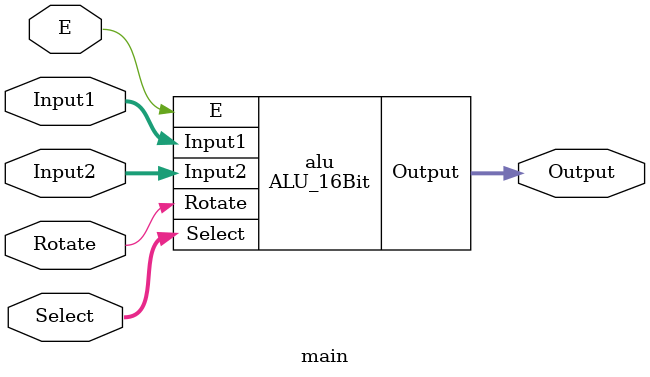
<source format=v>

/* HamidNE@mail.ru*/

module FullAdder(A, B, Cin, Sum, Cout);
	
	input A, B, Cin;
	output Sum, Cout;

	wire s1, s2, c1;

	xor (s1, A, B);
	and (c1, A, B);
	xor (Sum, s1, Cin);
	and (s2, s1, Cin);
	or (Cout, s2, c1);

endmodule

module Adder_8Bit(Input1, Input2, Sum, OverFlow);
	
	input [7:0] Input1, Input2;
	output [7:0] Sum;
	output OverFlow;

	wire [6:0]c;

	FullAdder FA0(Input1[0], Input2[0], 0, Sum[0], c[0]);
	FullAdder FA1(Input1[1], Input2[1], c[0], Sum[1], c[1]);
	FullAdder FA2(Input1[2], Input2[2], c[1], Sum[2], c[2]);
	FullAdder FA3(Input1[3], Input2[3], c[2], Sum[3], c[3]);
	FullAdder FA4(Input1[4], Input2[4], c[3], Sum[4], c[4]);
	FullAdder FA5(Input1[5], Input2[5], c[4], Sum[5], c[5]);
	FullAdder FA6(Input1[6], Input2[6], c[5], Sum[6], c[6]);
	FullAdder FA7(Input1[7], Input2[7], c[6], Sum[7], OverFlow);

endmodule

module Adder_16Bit(Input1, Input2, Sum, OverFlow, E);
	
	input E;
	input [15:0] Input1, Input2;
	output [15:0] Sum;
	output OverFlow;

	wire [14:0]c;

	FullAdder FA0(Input1[0], Input2[0], 0, Sum[0], c[0]);
	FullAdder FA1(Input1[1], Input2[1], c[0], Sum[1], c[1]);
	FullAdder FA2(Input1[2], Input2[2], c[1], Sum[2], c[2]);
	FullAdder FA3(Input1[3], Input2[3], c[2], Sum[3], c[3]);
	FullAdder FA4(Input1[4], Input2[4], c[3], Sum[4], c[4]);
	FullAdder FA5(Input1[5], Input2[5], c[4], Sum[5], c[5]);
	FullAdder FA6(Input1[6], Input2[6], c[5], Sum[6], c[6]);
	FullAdder FA7(Input1[7], Input2[7], c[6], Sum[7], c[7]);
	FullAdder FA8(Input1[8], Input2[8], c[7], Sum[8], c[8]);
	FullAdder FA9(Input1[9], Input2[9], c[8], Sum[9], c[9]);
	FullAdder FA10(Input1[10], Input2[10], c[9], Sum[10], c[10]);
	FullAdder FA11(Input1[11], Input2[11], c[10], Sum[11], c[11]);
	FullAdder FA12(Input1[12], Input2[12], c[11], Sum[12], c[12]);
	FullAdder FA13(Input1[13], Input2[13], c[12], Sum[13], c[13]);
	FullAdder FA14(Input1[14], Input2[14], c[13], Sum[14], c[14]);
	FullAdder FA15(Input1[15], Input2[15], c[14], Sum[15], OverFlow);

	and (OverFlow, OverFlow, E);
	AndByOne_16Bit AndGate(Sum, E, Sum);

endmodule

module Subtractor_16Bit(Input1, Input2, Sub, OverFlow, E);
	
	input E;
	input [15:0] Input1, Input2;
	output [15:0] Sub;
	output OverFlow;

	NOT_16Bit notasd(Input2, Input2);
	wire [14:0]c;

	FullAdder FA0(Input1[0], Input2[0], 1, Sub[0], c[0]);
	FullAdder FA1(Input1[1], Input2[1], c[0], Sub[1], c[1]);
	FullAdder FA2(Input1[2], Input2[2], c[1], Sub[2], c[2]);
	FullAdder FA3(Input1[3], Input2[3], c[2], Sub[3], c[3]);
	FullAdder FA4(Input1[4], Input2[4], c[3], Sub[4], c[4]);
	FullAdder FA5(Input1[5], Input2[5], c[4], Sub[5], c[5]);
	FullAdder FA6(Input1[6], Input2[6], c[5], Sub[6], c[6]);
	FullAdder FA7(Input1[7], Input2[7], c[6], Sub[7], c[7]);
	FullAdder FA8(Input1[8], Input2[8], c[7], Sub[8], c[8]);
	FullAdder FA9(Input1[9], Input2[9], c[8], Sub[9], c[9]);
	FullAdder FA10(Input1[10], Input2[10], c[9], Sub[10], c[10]);
	FullAdder FA11(Input1[11], Input2[11], c[10], Sub[11], c[11]);
	FullAdder FA12(Input1[12], Input2[12], c[11], Sub[12], c[12]);
	FullAdder FA13(Input1[13], Input2[13], c[12], Sub[13], c[13]);
	FullAdder FA14(Input1[14], Input2[14], c[13], Sub[14], c[14]);
	FullAdder FA15(Input1[15], Input2[15], c[14], Sub[15], OverFlow);

	AndByOne_16Bit AndGate(Sub, E, Sub);

endmodule

module AdderBy1(Input, Sum, OverFlow, E);
	
	input E;
	input [15:0] Input;
	output [15:0] Sum;
	output OverFlow;

	Adder_16Bit add(Input, 1, Sum, OverFlow);
	AndByOne_16Bit AndGate(Sum, E, Sum);

endmodule

module SubtractorBy1(Input, Sub, OverFlow, E);
	
	input E;
	input [15:0] Input;
	output [15:0] Sub;
	output OverFlow;

	Subtractor_16Bit sub(Input, 1, Sub, OverFlow);
	AndByOne_16Bit AndGate(Sub, E, Sub);

endmodule

module AndByOne_16Bit(Input, E, Output);

	input E;
	input [15:0] Input;
	output [15:0] Output;

	and (Output[0], Input[0], E);
	and (Output[1], Input[1], E);
	and (Output[2], Input[2], E);
	and (Output[3], Input[3], E);
	and (Output[4], Input[4], E);
	and (Output[5], Input[5], E);
	and (Output[6], Input[6], E);
	and (Output[7], Input[7], E);
	and (Output[8], Input[8], E);
	and (Output[9], Input[9], E);
	and (Output[10], Input[10], E);
	and (Output[11], Input[11], E);
	and (Output[12], Input[12], E);
	and (Output[13], Input[13], E);
	and (Output[14], Input[14], E);
	and (Output[15], Input[15], E);

endmodule

module AndByOne_8Bit(Input, E, Output);

	input E;
	input [7:0] Input;
	output [7:0] Output;

	and (Output[0], Input[0], E);
	and (Output[1], Input[1], E);
	and (Output[2], Input[2], E);
	and (Output[3], Input[3], E);
	and (Output[4], Input[4], E);
	and (Output[5], Input[5], E);
	and (Output[6], Input[6], E);
	and (Output[7], Input[7], E);

endmodule

module AND_16Bit(Input1, Input2, Output, E);
	
	input E;
	input [15:0] Input1, Input2;
	output [15:0] Output;

	and (Output[0], Input1[0], Input2[0]);
	and (Output[1], Input1[1], Input2[1]);
	and (Output[2], Input1[2], Input2[2]);
	and (Output[3], Input1[3], Input2[3]);
	and (Output[4], Input1[4], Input2[4]);
	and (Output[5], Input1[5], Input2[5]);
	and (Output[6], Input1[6], Input2[6]);
	and (Output[7], Input1[7], Input2[7]);
	and (Output[8], Input1[8], Input2[8]);
	and (Output[9], Input1[9], Input2[9]);
	and (Output[10], Input1[10], Input2[10]);
	and (Output[11], Input1[11], Input2[11]);
	and (Output[12], Input1[12], Input2[12]);
	and (Output[13], Input1[13], Input2[13]);
	and (Output[14], Input1[14], Input2[14]);
	and (Output[15], Input1[15], Input2[15]);

	AndByOne_16Bit AndGate(Output, E, Output);

endmodule

module OR_16Bit(Input1, Input2, Output, E);

	input E;
	input [15:0] Input1, Input2;
	output [15:0] Output;

	or (Output[0], Input1[0], Input2[0]);
	or (Output[1], Input1[1], Input2[1]);
	or (Output[2], Input1[2], Input2[2]);
	or (Output[3], Input1[3], Input2[3]);
	or (Output[4], Input1[4], Input2[4]);
	or (Output[5], Input1[5], Input2[5]);
	or (Output[6], Input1[6], Input2[6]);
	or (Output[7], Input1[7], Input2[7]);
	or (Output[8], Input1[8], Input2[8]);
	or (Output[9], Input1[9], Input2[9]);
	or (Output[10], Input1[10], Input2[10]);
	or (Output[11], Input1[11], Input2[11]);
	or (Output[12], Input1[12], Input2[12]);
	or (Output[13], Input1[13], Input2[13]);
	or (Output[14], Input1[14], Input2[14]);
	or (Output[15], Input1[15], Input2[15]);

	AndByOne_16Bit AndGate(Output, E, Output);

endmodule

module XOR_16Bit(Input1, Input2, Output, E);
	
	input E;
	input [15:0] Input1, Input2;
	output [15:0] Output;

	xor (Output[0], Input1[0], Input2[0]);
	xor (Output[1], Input1[1], Input2[1]);
	xor (Output[2], Input1[2], Input2[2]);
	xor (Output[3], Input1[3], Input2[3]);
	xor (Output[4], Input1[4], Input2[4]);
	xor (Output[5], Input1[5], Input2[5]);
	xor (Output[6], Input1[6], Input2[6]);
	xor (Output[7], Input1[7], Input2[7]);
	xor (Output[8], Input1[8], Input2[8]);
	xor (Output[9], Input1[9], Input2[9]);
	xor (Output[10], Input1[10], Input2[10]);
	xor (Output[11], Input1[11], Input2[11]);
	xor (Output[12], Input1[12], Input2[12]);
	xor (Output[13], Input1[13], Input2[13]);
	xor (Output[14], Input1[14], Input2[14]);
	xor (Output[15], Input1[15], Input2[15]);

	AndByOne_16Bit AndGate(Output, E, Output);

endmodule

module NOT_16Bit(Input, Output, E);
	
	input E;
	input [15:0] Input;
	output [15:0] Output;

	not (Output[0], Input[0]);
	not (Output[1], Input[1]);
	not (Output[2], Input[2]);
	not (Output[3], Input[3]);
	not (Output[4], Input[4]);
	not (Output[5], Input[5]);
	not (Output[6], Input[6]);
	not (Output[7], Input[7]);
	not (Output[8], Input[8]);
	not (Output[9], Input[9]);
	not (Output[10], Input[10]);
	not (Output[11], Input[11]);
	not (Output[12], Input[12]);
	not (Output[13], Input[13]);
	not (Output[14], Input[14]);
	not (Output[15], Input[15]);

	AndByOne_16Bit AndGate(Output, E, Output);

endmodule

module NOT_32Bit(Input, Output);
	
	input [31:0] Input;
	output [31:0] Output;

	not (Output[0], Input[0]);
	not (Output[1], Input[1]);
	not (Output[2], Input[2]);
	not (Output[3], Input[3]);
	not (Output[4], Input[4]);
	not (Output[5], Input[5]);
	not (Output[6], Input[6]);
	not (Output[7], Input[7]);
	not (Output[8], Input[8]);
	not (Output[9], Input[9]);
	not (Output[10], Input[10]);
	not (Output[11], Input[11]);
	not (Output[12], Input[12]);
	not (Output[13], Input[13]);
	not (Output[14], Input[14]);
	not (Output[15], Input[15]);

	not (Output[16], Input[16]);
	not (Output[17], Input[17]);
	not (Output[18], Input[18]);
	not (Output[19], Input[19]);
	not (Output[20], Input[20]);
	not (Output[21], Input[21]);
	not (Output[22], Input[22]);
	not (Output[23], Input[23]);
	not (Output[24], Input[24]);
	not (Output[25], Input[25]);
	not (Output[26], Input[26]);
	not (Output[27], Input[27]);
	not (Output[28], Input[28]);
	not (Output[29], Input[29]);
	not (Output[30], Input[30]);
	not (Output[31], Input[31]);

endmodule

module DEMUX_32_1(Select, E, Out);
	
	input E;
	input [4:0] Select;
	output [31:0] Out;

	wire [31:0] NotSelect;

	NOT_32Bit NOTGate32Bit(Select, NotSelect);

	and (Out[0], NotSelect[4], NotSelect[3], NotSelect[2], NotSelect[1], NotSelect[0], E);
	and (Out[1], NotSelect[4], NotSelect[3], NotSelect[2], NotSelect[1], Select[0], E);
	and (Out[2], NotSelect[4], NotSelect[3], NotSelect[2], Select[1], NotSelect[0], E);
	and (Out[3], NotSelect[4], NotSelect[3], NotSelect[2], Select[1], Select[0], E);
	and (Out[4], NotSelect[4], NotSelect[3], Select[2], NotSelect[1], NotSelect[0], E);
	and (Out[5], NotSelect[4], NotSelect[3], Select[2], NotSelect[1], Select[0], E);
	and (Out[6], NotSelect[4], NotSelect[3], Select[2], Select[1], NotSelect[0], E);
	and (Out[7], NotSelect[4], NotSelect[3], Select[2], Select[1], Select[0], E);

	and (Out[8], NotSelect[4], Select[3], NotSelect[2], NotSelect[1], NotSelect[0], E);
	and (Out[9], NotSelect[4], Select[3], NotSelect[2], NotSelect[1], Select[0], E);
	and (Out[10], NotSelect[4], Select[3], NotSelect[2], Select[1], NotSelect[0], E);
	and (Out[11], NotSelect[4], Select[3], NotSelect[2], Select[1], Select[0], E);
	and (Out[12], NotSelect[4], Select[3], Select[2], NotSelect[1], NotSelect[0], E);
	and (Out[13], NotSelect[4], Select[3], Select[2], NotSelect[1], Select[0], E);
	and (Out[14], NotSelect[4], Select[3], Select[2], Select[1], NotSelect[0], E);
	and (Out[15], NotSelect[4], Select[3], Select[2], Select[1], Select[0], E);

	and (Out[16], Select[4], NotSelect[3], NotSelect[2], NotSelect[1], NotSelect[0], E);
	and (Out[17], Select[4], NotSelect[3], NotSelect[2], NotSelect[1], Select[0], E);
	and (Out[18], Select[4], NotSelect[3], NotSelect[2], Select[1], NotSelect[0], E);
	and (Out[19], Select[4], NotSelect[3], NotSelect[2], Select[1], Select[0], E);
	and (Out[20], Select[4], NotSelect[3], Select[2], NotSelect[1], NotSelect[0], E);
	and (Out[21], Select[4], NotSelect[3], Select[2], NotSelect[1], Select[0], E);
	and (Out[22], Select[4], NotSelect[3], Select[2], Select[1], NotSelect[0], E);
	and (Out[23], Select[4], NotSelect[3], Select[2], Select[1], Select[0], E);

	and (Out[24], Select[4], Select[3], NotSelect[2], NotSelect[1], NotSelect[0], E);
	and (Out[25], Select[4], Select[3], NotSelect[2], NotSelect[1], Select[0], E);
	and (Out[26], Select[4], Select[3], NotSelect[2], Select[1], NotSelect[0], E);
	and (Out[27], Select[4], Select[3], NotSelect[2], Select[1], Select[0], E);
	and (Out[28], Select[4], Select[3], Select[2], NotSelect[1], NotSelect[0], E);
	and (Out[29], Select[4], Select[3], Select[2], NotSelect[1], Select[0], E);
	and (Out[30], Select[4], Select[3], Select[2], Select[1], NotSelect[0], E);
	and (Out[31], Select[4], Select[3], Select[2], Select[1], Select[0], E);
	
endmodule

module rooting(Input, Cin, Output);

	input [7:0]Input;
	input Cin;
	output [7:0]Output;

	assign Output[0] = Input[1];
	assign Output[1] = Input[2];
	assign Output[2] = Input[3];
	assign Output[3] = Input[4];
	assign Output[4] = Input[5];
	assign Output[5] = Input[6];
	assign Output[6] = Input[7];
	assign Output[7] = Cin;

endmodule

module SRA(Input, Output, Rotate, E);

	input Rotate, E;
	input [15:0] Input;
	output [15:0] Output;
	wire last;
	and(last, Rotate, Input[0]);

	assign Output[0] = Input[1];
	assign Output[1] = Input[2];
	assign Output[2] = Input[3];
	assign Output[3] = Input[4];
	assign Output[4] = Input[5];
	assign Output[5] = Input[6];
	assign Output[6] = Input[7];
	assign Output[7] = Input[8];
	assign Output[8] = Input[9];
	assign Output[9] = Input[10];
	assign Output[10] = Input[11];
	assign Output[11] = Input[12];
	assign Output[12] = Input[13];
	assign Output[13] = Input[14];
	assign Output[14] = Input[15];
	assign Output[15] = last;

endmodule

module SLA(Input, Output, Rotate, E);

	input Rotate, E;
	input [15:0] Input;
	output [15:0] Output;
	wire first;
	and(first, Rotate, Input[15]);

	assign Output[0] = first;
	assign Output[1] = Input[0];
	assign Output[2] = Input[1];
	assign Output[3] = Input[2];
	assign Output[4] = Input[3];
	assign Output[5] = Input[4];
	assign Output[6] = Input[5];
	assign Output[7] = Input[6];
	assign Output[8] = Input[7];
	assign Output[9] = Input[8];
	assign Output[10] = Input[9];
	assign Output[11] = Input[10];
	assign Output[12] = Input[11];
	assign Output[13] = Input[12];
	assign Output[14] = Input[13];
	assign Output[15] = Input[14];

endmodule

module Multiplier_16Bit(Input1, Input2, Output, E);
	
	input E;
	input [7:0] Input1, Input2;
	output [15:0] Output;

	wire [7:0] w0, w1, w2, w3, w4, w5, w6, w7;

	AndByOne_8Bit and0(Input2, Input1[0], w0);
	AndByOne_8Bit and1(Input2, Input1[1], w1);
	AndByOne_8Bit and2(Input2, Input1[2], w2);
	AndByOne_8Bit and3(Input2, Input1[3], w3);
	AndByOne_8Bit and4(Input2, Input1[4], w4);
	AndByOne_8Bit and5(Input2, Input1[5], w5);
	AndByOne_8Bit and6(Input2, Input1[6], w6);
	AndByOne_8Bit and7(Input2, Input1[7], w7);

	wire [7:0]temp;

	wire [7:0]sum0;
	wire [7:0]sum1;
	wire [7:0]sum2;
	wire [7:0]sum3;
	wire [7:0]sum4;
	wire [7:0]sum5;
	wire [7:0]sum6;
	wire [7:0]sum7;

	wire [7:0]root0;
	wire [7:0]root1;
	wire [7:0]root2;
	wire [7:0]root3;
	wire [7:0]root4;
	wire [7:0]root5;
	wire [7:0]root6;
	wire [7:0]root7;

	wire carry0;
	wire carry1;
	wire carry2;
	wire carry3;
	wire carry4;
	wire carry5;
	wire carry6;
	wire carry7;

	rooting rooting0(w0, 0, root0);
	Adder_8Bit add0(w1, root0, sum0, carry0);
	assign Output[0] = root0[0];
	assign Output[1] = sum0[0];

	rooting rooting1(sum0, carry0, root1);
	Adder_8Bit add1(w2, root1, sum1, carry1);
	assign Output[2] = sum1[0];

	rooting rooting2(sum1, carry1, root2);
	Adder_8Bit add2(w3, root2, sum2, carry2);
	assign Output[3] = sum2[0];

	rooting rooting3(sum2, carry2, root3);
	Adder_8Bit add3(w4, root3, sum3, carry3);
	assign Output[4] = sum3[0];

	rooting rooting4(sum3, carry3, root4);
	Adder_8Bit add4(w5, root4, sum4, carry4);
	assign Output[5] = sum4[0];

	rooting rooting5(sum4, carry4, root5);
	Adder_8Bit add5(w6, root5, sum5, carry5);
	assign Output[6] = sum5[0];

	rooting rooting6(sum5, carry5, root6);
	Adder_8Bit add6(w7, root6, sum6, carry6);
	assign Output[7] = sum6[0];
	assign Output[8] = sum6[1];
	assign Output[9] = sum6[2];
	assign Output[10] = sum6[3];
	assign Output[11] = sum6[4];
	assign Output[12] = sum6[5];
	assign Output[13] = sum6[6];
	assign Output[14] = sum6[7];
	assign Output[15] = carry6;

endmodule

module ALU_16Bit(Input1, Input2, Select, Output, Rotate, E);
	
	input Rotate, E;
	input [15:0] Input1, Input2;
	input [4:0] Select;
	output [15:0] Output;

	wire [31:0] EnableWire;

	wire [15:0] Output0;
	wire [15:0] Output1;
	wire [15:0] Output2;
	wire [15:0] Output3;

	wire [15:0] Output4;
	wire [15:0] Output5;
	wire [15:0] Output6;
	wire [15:0] Output7;

	wire [15:0] Output8;
	wire [15:0] Output9;
	wire [15:0] Output10;
	wire [15:0] Output11;

	wire [15:0] Output16;
	wire [15:0] Output17;
	wire [15:0] Output18;
	wire [15:0] Output19;

	wire [15:0] Output24;
	wire [15:0] Output25;
	wire [15:0] Output26;
	wire [15:0] Output27;

	DEMUX_32_1 DeMux(Select, E, EnableWire);

	Adder_16Bit adder(Input1, Input2, Output0, EnableWire[0]);
	AdderBy1 adderByOne(Input1, Input2, Output1, EnableWire[1]);
	Subtractor_16Bit sub(Input1, Input2, Output2, EnableWire[2]);
	SubtractorBy1 subByOne(Input1, Input2, Output3, EnableWire[3]);

	Multiplier_16Bit mul1(Input1, Input2, Output4, EnableWire[4]);
	Multiplier_16Bit mul2(Input1, Input2, Output5, EnableWire[5]);
	Multiplier_16Bit mul3(Input1, Input2, Output6, EnableWire[6]);
	Multiplier_16Bit mul4(Input1, Input2, Output7, EnableWire[7]);

	SRA sra1(Input1, Output8, Rotate, EnableWire[8]);
	SRA sra2(Input1, Output9, Rotate, EnableWire[9]);
	SRA sra3(Input1, Output10, Rotate, EnableWire[10]);
	SRA sra4(Input1, Output11, Rotate, EnableWire[11]);

	AND_16Bit and16(Input1, Input2, Output16, EnableWire[16]);
	XOR_16Bit xor16(Input1, Input2, Output17, EnableWire[17]);
	OR_16Bit or16(Input1, Input2, Output18, EnableWire[18]);
	NOT_16Bit not16(Input1, Input2, Output19, EnableWire[19]);

	SLA sla1(Input1, Output24, Rotate, EnableWire[24]);
	SLA sla2(Input1, Output25, Rotate, EnableWire[25]);
	SLA sla3(Input1, Output26, Rotate, EnableWire[26]);
	SLA sla4(Input1, Output27, Rotate, EnableWire[27]);

	or(Output[0], Output1[0], Output2[0], Output3[0], Output4[0], Output5[0], Output6[0], Output7[0], Output8[0], Output9[0], Output10[0], Output11[0], Output16[0], Output17[0], Output18[0], Output19[0], Output24[0], Output25[0], Output26[0], Output27[0]);
	or(Output[1], Output1[1], Output2[1], Output3[1], Output4[1], Output5[1], Output6[1], Output7[1], Output8[1], Output9[1], Output10[1], Output11[1], Output16[1], Output17[1], Output18[1], Output19[1], Output24[1], Output25[1], Output26[1], Output27[1]);
	or(Output[2], Output1[2], Output2[2], Output3[2], Output4[2], Output5[2], Output6[2], Output7[2], Output8[2], Output9[2], Output10[2], Output11[2], Output16[2], Output17[2], Output18[2], Output19[2], Output24[2], Output25[2], Output26[2], Output27[2]);
	or(Output[3], Output1[3], Output2[3], Output3[3], Output4[3], Output5[3], Output6[3], Output7[3], Output8[3], Output9[3], Output10[3], Output11[3], Output16[3], Output17[3], Output18[3], Output19[3], Output24[3], Output25[3], Output26[3], Output27[3]);
	or(Output[4], Output1[4], Output2[4], Output3[4], Output4[4], Output5[4], Output6[4], Output7[4], Output8[4], Output9[4], Output10[4], Output11[4], Output16[4], Output17[4], Output18[4], Output19[4], Output24[4], Output25[4], Output26[4], Output27[4]);
	or(Output[5], Output1[5], Output2[5], Output3[5], Output4[5], Output5[5], Output6[5], Output7[5], Output8[5], Output9[5], Output10[5], Output11[5], Output16[5], Output17[5], Output18[5], Output19[5], Output24[5], Output25[5], Output26[5], Output27[5]);
	or(Output[6], Output1[6], Output2[6], Output3[6], Output4[6], Output5[6], Output6[6], Output7[6], Output8[6], Output9[6], Output10[6], Output11[6], Output16[6], Output17[6], Output18[6], Output19[6], Output24[6], Output25[6], Output26[6], Output27[6]);
	or(Output[7], Output1[7], Output2[7], Output3[7], Output4[7], Output5[7], Output6[7], Output7[7], Output8[7], Output9[7], Output10[7], Output11[7], Output16[7], Output17[7], Output18[7], Output19[7], Output24[7], Output25[7], Output26[7], Output27[7]);
	or(Output[8], Output1[8], Output2[8], Output3[8], Output4[8], Output5[8], Output6[8], Output7[8], Output8[8], Output9[8], Output10[8], Output11[8], Output16[8], Output17[8], Output18[8], Output19[8], Output24[8], Output25[8], Output26[8], Output27[8]);
	or(Output[9], Output1[9], Output2[9], Output3[9], Output4[9], Output5[9], Output6[9], Output7[9], Output8[9], Output9[9], Output10[9], Output11[9], Output16[9], Output17[9], Output18[9], Output19[9], Output24[9], Output25[9], Output26[9], Output27[9]);
	or(Output[10], Output1[10], Output2[10], Output3[10], Output4[10], Output5[10], Output6[10], Output7[10], Output8[10], Output9[10], Output10[10], Output11[10], Output16[10], Output17[10], Output18[10], Output19[10], Output24[10], Output25[10], Output26[10], Output27[10]);
	or(Output[11], Output1[11], Output2[11], Output3[11], Output4[11], Output5[11], Output6[11], Output7[11], Output8[11], Output9[11], Output10[11], Output11[11], Output16[11], Output17[11], Output18[11], Output19[11], Output24[11], Output25[11], Output26[11], Output27[11]);
	or(Output[12], Output1[12], Output2[12], Output3[12], Output4[12], Output5[12], Output6[12], Output7[12], Output8[12], Output9[12], Output10[12], Output11[12], Output16[12], Output17[12], Output18[12], Output19[12], Output24[12], Output25[12], Output26[12], Output27[12]);
	or(Output[13], Output1[13], Output2[13], Output3[13], Output4[13], Output5[13], Output6[13], Output7[13], Output8[13], Output9[13], Output10[13], Output11[13], Output16[13], Output17[13], Output18[13], Output19[13], Output24[13], Output25[13], Output26[13], Output27[13]);
	or(Output[14], Output1[14], Output2[14], Output3[14], Output4[14], Output5[14], Output6[14], Output7[14], Output8[14], Output9[14], Output10[14], Output11[14], Output16[14], Output17[14], Output18[14], Output19[14], Output24[14], Output25[14], Output26[14], Output27[14]);
	or(Output[15], Output1[15], Output2[15], Output3[15], Output4[15], Output5[15], Output6[15], Output7[15], Output8[15], Output9[15], Output10[15], Output11[15], Output16[15], Output17[15], Output18[15], Output19[15], Output24[15], Output25[15], Output26[15], Output27[15]);
	
endmodule

module main(Input1, Input2, Select, Output, Rotate, E);

	input Rotate, E;
	input [15:0] Input1, Input2;
	input [4:0] Select;
	output [15:0] Output;

	ALU_16Bit alu(Input1, Input2, Select, Output, Rotate, E);

endmodule
</source>
